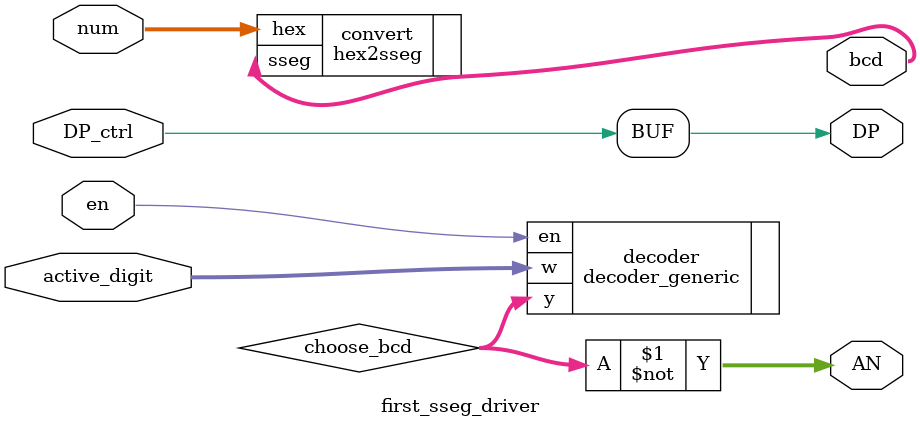
<source format=v>
`timescale 1ns / 1ps

module first_sseg_driver
    #(parameter N = 4)(
    input [3:0] num,
    input [2:0] active_digit,
    input DP_ctrl,
    input en,
    output [6:0] bcd,
    output [7:0] AN,
    output DP
    );
    
    wire [7:0] choose_bcd;
    
    decoder_generic #(N) decoder 
    (
    .w(active_digit),
    .en(en),
    .y(choose_bcd)
    );
    
    hex2sseg convert(
    .hex(num),
    .sseg(bcd)
    );
    
    assign AN = ~choose_bcd;
    assign DP = DP_ctrl;
    
endmodule

</source>
